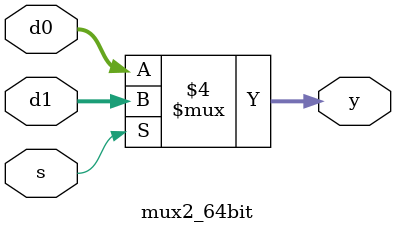
<source format=v>
module mux2_64bit(d0, d1, s, y);
	input [63:0] d0, d1;
	input s;
	output reg [63:0] y;

	always @(d0 or d1 or s) begin
		if (s == 0)
			y = d0;
		else
			y = d1;
	end
endmodule

</source>
